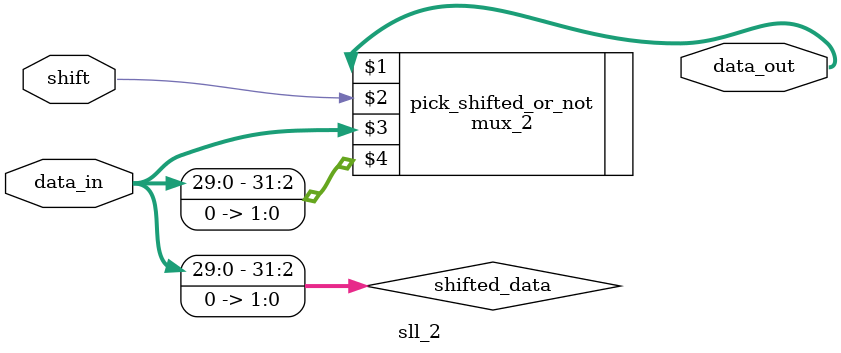
<source format=v>
module sll_2(data_out, data_in, shift);
    input [31:0] data_in;
    input shift;

    output [31:0] data_out;

    wire [31:0] shifted_data;

    assign shifted_data[1:0] = 0;
    assign shifted_data[31:2] = data_in[29:0];

    mux_2 pick_shifted_or_not(data_out, shift, data_in, shifted_data);

endmodule
</source>
